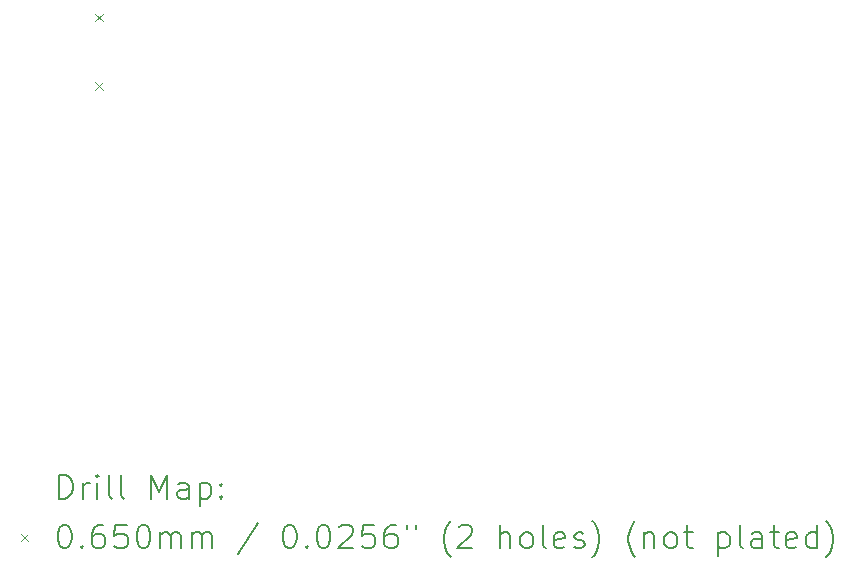
<source format=gbr>
%TF.GenerationSoftware,KiCad,Pcbnew,7.0.5-0*%
%TF.CreationDate,2023-07-31T19:13:09-04:00*%
%TF.ProjectId,mula,6d756c61-2e6b-4696-9361-645f70636258,rev?*%
%TF.SameCoordinates,Original*%
%TF.FileFunction,Drillmap*%
%TF.FilePolarity,Positive*%
%FSLAX45Y45*%
G04 Gerber Fmt 4.5, Leading zero omitted, Abs format (unit mm)*
G04 Created by KiCad (PCBNEW 7.0.5-0) date 2023-07-31 19:13:09*
%MOMM*%
%LPD*%
G01*
G04 APERTURE LIST*
%ADD10C,0.200000*%
%ADD11C,0.065000*%
G04 APERTURE END LIST*
D10*
D11*
X13462500Y-7598500D02*
X13527500Y-7663500D01*
X13527500Y-7598500D02*
X13462500Y-7663500D01*
X13462500Y-8176500D02*
X13527500Y-8241500D01*
X13527500Y-8176500D02*
X13462500Y-8241500D01*
D10*
X13157027Y-11704484D02*
X13157027Y-11504484D01*
X13157027Y-11504484D02*
X13204646Y-11504484D01*
X13204646Y-11504484D02*
X13233217Y-11514008D01*
X13233217Y-11514008D02*
X13252265Y-11533055D01*
X13252265Y-11533055D02*
X13261789Y-11552103D01*
X13261789Y-11552103D02*
X13271312Y-11590198D01*
X13271312Y-11590198D02*
X13271312Y-11618769D01*
X13271312Y-11618769D02*
X13261789Y-11656865D01*
X13261789Y-11656865D02*
X13252265Y-11675912D01*
X13252265Y-11675912D02*
X13233217Y-11694960D01*
X13233217Y-11694960D02*
X13204646Y-11704484D01*
X13204646Y-11704484D02*
X13157027Y-11704484D01*
X13357027Y-11704484D02*
X13357027Y-11571150D01*
X13357027Y-11609246D02*
X13366551Y-11590198D01*
X13366551Y-11590198D02*
X13376074Y-11580674D01*
X13376074Y-11580674D02*
X13395122Y-11571150D01*
X13395122Y-11571150D02*
X13414170Y-11571150D01*
X13480836Y-11704484D02*
X13480836Y-11571150D01*
X13480836Y-11504484D02*
X13471312Y-11514008D01*
X13471312Y-11514008D02*
X13480836Y-11523531D01*
X13480836Y-11523531D02*
X13490360Y-11514008D01*
X13490360Y-11514008D02*
X13480836Y-11504484D01*
X13480836Y-11504484D02*
X13480836Y-11523531D01*
X13604646Y-11704484D02*
X13585598Y-11694960D01*
X13585598Y-11694960D02*
X13576074Y-11675912D01*
X13576074Y-11675912D02*
X13576074Y-11504484D01*
X13709408Y-11704484D02*
X13690360Y-11694960D01*
X13690360Y-11694960D02*
X13680836Y-11675912D01*
X13680836Y-11675912D02*
X13680836Y-11504484D01*
X13937979Y-11704484D02*
X13937979Y-11504484D01*
X13937979Y-11504484D02*
X14004646Y-11647341D01*
X14004646Y-11647341D02*
X14071312Y-11504484D01*
X14071312Y-11504484D02*
X14071312Y-11704484D01*
X14252265Y-11704484D02*
X14252265Y-11599722D01*
X14252265Y-11599722D02*
X14242741Y-11580674D01*
X14242741Y-11580674D02*
X14223693Y-11571150D01*
X14223693Y-11571150D02*
X14185598Y-11571150D01*
X14185598Y-11571150D02*
X14166551Y-11580674D01*
X14252265Y-11694960D02*
X14233217Y-11704484D01*
X14233217Y-11704484D02*
X14185598Y-11704484D01*
X14185598Y-11704484D02*
X14166551Y-11694960D01*
X14166551Y-11694960D02*
X14157027Y-11675912D01*
X14157027Y-11675912D02*
X14157027Y-11656865D01*
X14157027Y-11656865D02*
X14166551Y-11637817D01*
X14166551Y-11637817D02*
X14185598Y-11628293D01*
X14185598Y-11628293D02*
X14233217Y-11628293D01*
X14233217Y-11628293D02*
X14252265Y-11618769D01*
X14347503Y-11571150D02*
X14347503Y-11771150D01*
X14347503Y-11580674D02*
X14366551Y-11571150D01*
X14366551Y-11571150D02*
X14404646Y-11571150D01*
X14404646Y-11571150D02*
X14423693Y-11580674D01*
X14423693Y-11580674D02*
X14433217Y-11590198D01*
X14433217Y-11590198D02*
X14442741Y-11609246D01*
X14442741Y-11609246D02*
X14442741Y-11666388D01*
X14442741Y-11666388D02*
X14433217Y-11685436D01*
X14433217Y-11685436D02*
X14423693Y-11694960D01*
X14423693Y-11694960D02*
X14404646Y-11704484D01*
X14404646Y-11704484D02*
X14366551Y-11704484D01*
X14366551Y-11704484D02*
X14347503Y-11694960D01*
X14528455Y-11685436D02*
X14537979Y-11694960D01*
X14537979Y-11694960D02*
X14528455Y-11704484D01*
X14528455Y-11704484D02*
X14518932Y-11694960D01*
X14518932Y-11694960D02*
X14528455Y-11685436D01*
X14528455Y-11685436D02*
X14528455Y-11704484D01*
X14528455Y-11580674D02*
X14537979Y-11590198D01*
X14537979Y-11590198D02*
X14528455Y-11599722D01*
X14528455Y-11599722D02*
X14518932Y-11590198D01*
X14518932Y-11590198D02*
X14528455Y-11580674D01*
X14528455Y-11580674D02*
X14528455Y-11599722D01*
D11*
X12831250Y-12000500D02*
X12896250Y-12065500D01*
X12896250Y-12000500D02*
X12831250Y-12065500D01*
D10*
X13195122Y-11924484D02*
X13214170Y-11924484D01*
X13214170Y-11924484D02*
X13233217Y-11934008D01*
X13233217Y-11934008D02*
X13242741Y-11943531D01*
X13242741Y-11943531D02*
X13252265Y-11962579D01*
X13252265Y-11962579D02*
X13261789Y-12000674D01*
X13261789Y-12000674D02*
X13261789Y-12048293D01*
X13261789Y-12048293D02*
X13252265Y-12086388D01*
X13252265Y-12086388D02*
X13242741Y-12105436D01*
X13242741Y-12105436D02*
X13233217Y-12114960D01*
X13233217Y-12114960D02*
X13214170Y-12124484D01*
X13214170Y-12124484D02*
X13195122Y-12124484D01*
X13195122Y-12124484D02*
X13176074Y-12114960D01*
X13176074Y-12114960D02*
X13166551Y-12105436D01*
X13166551Y-12105436D02*
X13157027Y-12086388D01*
X13157027Y-12086388D02*
X13147503Y-12048293D01*
X13147503Y-12048293D02*
X13147503Y-12000674D01*
X13147503Y-12000674D02*
X13157027Y-11962579D01*
X13157027Y-11962579D02*
X13166551Y-11943531D01*
X13166551Y-11943531D02*
X13176074Y-11934008D01*
X13176074Y-11934008D02*
X13195122Y-11924484D01*
X13347503Y-12105436D02*
X13357027Y-12114960D01*
X13357027Y-12114960D02*
X13347503Y-12124484D01*
X13347503Y-12124484D02*
X13337979Y-12114960D01*
X13337979Y-12114960D02*
X13347503Y-12105436D01*
X13347503Y-12105436D02*
X13347503Y-12124484D01*
X13528455Y-11924484D02*
X13490360Y-11924484D01*
X13490360Y-11924484D02*
X13471312Y-11934008D01*
X13471312Y-11934008D02*
X13461789Y-11943531D01*
X13461789Y-11943531D02*
X13442741Y-11972103D01*
X13442741Y-11972103D02*
X13433217Y-12010198D01*
X13433217Y-12010198D02*
X13433217Y-12086388D01*
X13433217Y-12086388D02*
X13442741Y-12105436D01*
X13442741Y-12105436D02*
X13452265Y-12114960D01*
X13452265Y-12114960D02*
X13471312Y-12124484D01*
X13471312Y-12124484D02*
X13509408Y-12124484D01*
X13509408Y-12124484D02*
X13528455Y-12114960D01*
X13528455Y-12114960D02*
X13537979Y-12105436D01*
X13537979Y-12105436D02*
X13547503Y-12086388D01*
X13547503Y-12086388D02*
X13547503Y-12038769D01*
X13547503Y-12038769D02*
X13537979Y-12019722D01*
X13537979Y-12019722D02*
X13528455Y-12010198D01*
X13528455Y-12010198D02*
X13509408Y-12000674D01*
X13509408Y-12000674D02*
X13471312Y-12000674D01*
X13471312Y-12000674D02*
X13452265Y-12010198D01*
X13452265Y-12010198D02*
X13442741Y-12019722D01*
X13442741Y-12019722D02*
X13433217Y-12038769D01*
X13728455Y-11924484D02*
X13633217Y-11924484D01*
X13633217Y-11924484D02*
X13623693Y-12019722D01*
X13623693Y-12019722D02*
X13633217Y-12010198D01*
X13633217Y-12010198D02*
X13652265Y-12000674D01*
X13652265Y-12000674D02*
X13699884Y-12000674D01*
X13699884Y-12000674D02*
X13718932Y-12010198D01*
X13718932Y-12010198D02*
X13728455Y-12019722D01*
X13728455Y-12019722D02*
X13737979Y-12038769D01*
X13737979Y-12038769D02*
X13737979Y-12086388D01*
X13737979Y-12086388D02*
X13728455Y-12105436D01*
X13728455Y-12105436D02*
X13718932Y-12114960D01*
X13718932Y-12114960D02*
X13699884Y-12124484D01*
X13699884Y-12124484D02*
X13652265Y-12124484D01*
X13652265Y-12124484D02*
X13633217Y-12114960D01*
X13633217Y-12114960D02*
X13623693Y-12105436D01*
X13861789Y-11924484D02*
X13880836Y-11924484D01*
X13880836Y-11924484D02*
X13899884Y-11934008D01*
X13899884Y-11934008D02*
X13909408Y-11943531D01*
X13909408Y-11943531D02*
X13918932Y-11962579D01*
X13918932Y-11962579D02*
X13928455Y-12000674D01*
X13928455Y-12000674D02*
X13928455Y-12048293D01*
X13928455Y-12048293D02*
X13918932Y-12086388D01*
X13918932Y-12086388D02*
X13909408Y-12105436D01*
X13909408Y-12105436D02*
X13899884Y-12114960D01*
X13899884Y-12114960D02*
X13880836Y-12124484D01*
X13880836Y-12124484D02*
X13861789Y-12124484D01*
X13861789Y-12124484D02*
X13842741Y-12114960D01*
X13842741Y-12114960D02*
X13833217Y-12105436D01*
X13833217Y-12105436D02*
X13823693Y-12086388D01*
X13823693Y-12086388D02*
X13814170Y-12048293D01*
X13814170Y-12048293D02*
X13814170Y-12000674D01*
X13814170Y-12000674D02*
X13823693Y-11962579D01*
X13823693Y-11962579D02*
X13833217Y-11943531D01*
X13833217Y-11943531D02*
X13842741Y-11934008D01*
X13842741Y-11934008D02*
X13861789Y-11924484D01*
X14014170Y-12124484D02*
X14014170Y-11991150D01*
X14014170Y-12010198D02*
X14023693Y-12000674D01*
X14023693Y-12000674D02*
X14042741Y-11991150D01*
X14042741Y-11991150D02*
X14071313Y-11991150D01*
X14071313Y-11991150D02*
X14090360Y-12000674D01*
X14090360Y-12000674D02*
X14099884Y-12019722D01*
X14099884Y-12019722D02*
X14099884Y-12124484D01*
X14099884Y-12019722D02*
X14109408Y-12000674D01*
X14109408Y-12000674D02*
X14128455Y-11991150D01*
X14128455Y-11991150D02*
X14157027Y-11991150D01*
X14157027Y-11991150D02*
X14176074Y-12000674D01*
X14176074Y-12000674D02*
X14185598Y-12019722D01*
X14185598Y-12019722D02*
X14185598Y-12124484D01*
X14280836Y-12124484D02*
X14280836Y-11991150D01*
X14280836Y-12010198D02*
X14290360Y-12000674D01*
X14290360Y-12000674D02*
X14309408Y-11991150D01*
X14309408Y-11991150D02*
X14337979Y-11991150D01*
X14337979Y-11991150D02*
X14357027Y-12000674D01*
X14357027Y-12000674D02*
X14366551Y-12019722D01*
X14366551Y-12019722D02*
X14366551Y-12124484D01*
X14366551Y-12019722D02*
X14376074Y-12000674D01*
X14376074Y-12000674D02*
X14395122Y-11991150D01*
X14395122Y-11991150D02*
X14423693Y-11991150D01*
X14423693Y-11991150D02*
X14442741Y-12000674D01*
X14442741Y-12000674D02*
X14452265Y-12019722D01*
X14452265Y-12019722D02*
X14452265Y-12124484D01*
X14842741Y-11914960D02*
X14671313Y-12172103D01*
X15099884Y-11924484D02*
X15118932Y-11924484D01*
X15118932Y-11924484D02*
X15137979Y-11934008D01*
X15137979Y-11934008D02*
X15147503Y-11943531D01*
X15147503Y-11943531D02*
X15157027Y-11962579D01*
X15157027Y-11962579D02*
X15166551Y-12000674D01*
X15166551Y-12000674D02*
X15166551Y-12048293D01*
X15166551Y-12048293D02*
X15157027Y-12086388D01*
X15157027Y-12086388D02*
X15147503Y-12105436D01*
X15147503Y-12105436D02*
X15137979Y-12114960D01*
X15137979Y-12114960D02*
X15118932Y-12124484D01*
X15118932Y-12124484D02*
X15099884Y-12124484D01*
X15099884Y-12124484D02*
X15080836Y-12114960D01*
X15080836Y-12114960D02*
X15071313Y-12105436D01*
X15071313Y-12105436D02*
X15061789Y-12086388D01*
X15061789Y-12086388D02*
X15052265Y-12048293D01*
X15052265Y-12048293D02*
X15052265Y-12000674D01*
X15052265Y-12000674D02*
X15061789Y-11962579D01*
X15061789Y-11962579D02*
X15071313Y-11943531D01*
X15071313Y-11943531D02*
X15080836Y-11934008D01*
X15080836Y-11934008D02*
X15099884Y-11924484D01*
X15252265Y-12105436D02*
X15261789Y-12114960D01*
X15261789Y-12114960D02*
X15252265Y-12124484D01*
X15252265Y-12124484D02*
X15242741Y-12114960D01*
X15242741Y-12114960D02*
X15252265Y-12105436D01*
X15252265Y-12105436D02*
X15252265Y-12124484D01*
X15385598Y-11924484D02*
X15404646Y-11924484D01*
X15404646Y-11924484D02*
X15423694Y-11934008D01*
X15423694Y-11934008D02*
X15433217Y-11943531D01*
X15433217Y-11943531D02*
X15442741Y-11962579D01*
X15442741Y-11962579D02*
X15452265Y-12000674D01*
X15452265Y-12000674D02*
X15452265Y-12048293D01*
X15452265Y-12048293D02*
X15442741Y-12086388D01*
X15442741Y-12086388D02*
X15433217Y-12105436D01*
X15433217Y-12105436D02*
X15423694Y-12114960D01*
X15423694Y-12114960D02*
X15404646Y-12124484D01*
X15404646Y-12124484D02*
X15385598Y-12124484D01*
X15385598Y-12124484D02*
X15366551Y-12114960D01*
X15366551Y-12114960D02*
X15357027Y-12105436D01*
X15357027Y-12105436D02*
X15347503Y-12086388D01*
X15347503Y-12086388D02*
X15337979Y-12048293D01*
X15337979Y-12048293D02*
X15337979Y-12000674D01*
X15337979Y-12000674D02*
X15347503Y-11962579D01*
X15347503Y-11962579D02*
X15357027Y-11943531D01*
X15357027Y-11943531D02*
X15366551Y-11934008D01*
X15366551Y-11934008D02*
X15385598Y-11924484D01*
X15528456Y-11943531D02*
X15537979Y-11934008D01*
X15537979Y-11934008D02*
X15557027Y-11924484D01*
X15557027Y-11924484D02*
X15604646Y-11924484D01*
X15604646Y-11924484D02*
X15623694Y-11934008D01*
X15623694Y-11934008D02*
X15633217Y-11943531D01*
X15633217Y-11943531D02*
X15642741Y-11962579D01*
X15642741Y-11962579D02*
X15642741Y-11981627D01*
X15642741Y-11981627D02*
X15633217Y-12010198D01*
X15633217Y-12010198D02*
X15518932Y-12124484D01*
X15518932Y-12124484D02*
X15642741Y-12124484D01*
X15823694Y-11924484D02*
X15728456Y-11924484D01*
X15728456Y-11924484D02*
X15718932Y-12019722D01*
X15718932Y-12019722D02*
X15728456Y-12010198D01*
X15728456Y-12010198D02*
X15747503Y-12000674D01*
X15747503Y-12000674D02*
X15795122Y-12000674D01*
X15795122Y-12000674D02*
X15814170Y-12010198D01*
X15814170Y-12010198D02*
X15823694Y-12019722D01*
X15823694Y-12019722D02*
X15833217Y-12038769D01*
X15833217Y-12038769D02*
X15833217Y-12086388D01*
X15833217Y-12086388D02*
X15823694Y-12105436D01*
X15823694Y-12105436D02*
X15814170Y-12114960D01*
X15814170Y-12114960D02*
X15795122Y-12124484D01*
X15795122Y-12124484D02*
X15747503Y-12124484D01*
X15747503Y-12124484D02*
X15728456Y-12114960D01*
X15728456Y-12114960D02*
X15718932Y-12105436D01*
X16004646Y-11924484D02*
X15966551Y-11924484D01*
X15966551Y-11924484D02*
X15947503Y-11934008D01*
X15947503Y-11934008D02*
X15937979Y-11943531D01*
X15937979Y-11943531D02*
X15918932Y-11972103D01*
X15918932Y-11972103D02*
X15909408Y-12010198D01*
X15909408Y-12010198D02*
X15909408Y-12086388D01*
X15909408Y-12086388D02*
X15918932Y-12105436D01*
X15918932Y-12105436D02*
X15928456Y-12114960D01*
X15928456Y-12114960D02*
X15947503Y-12124484D01*
X15947503Y-12124484D02*
X15985598Y-12124484D01*
X15985598Y-12124484D02*
X16004646Y-12114960D01*
X16004646Y-12114960D02*
X16014170Y-12105436D01*
X16014170Y-12105436D02*
X16023694Y-12086388D01*
X16023694Y-12086388D02*
X16023694Y-12038769D01*
X16023694Y-12038769D02*
X16014170Y-12019722D01*
X16014170Y-12019722D02*
X16004646Y-12010198D01*
X16004646Y-12010198D02*
X15985598Y-12000674D01*
X15985598Y-12000674D02*
X15947503Y-12000674D01*
X15947503Y-12000674D02*
X15928456Y-12010198D01*
X15928456Y-12010198D02*
X15918932Y-12019722D01*
X15918932Y-12019722D02*
X15909408Y-12038769D01*
X16099884Y-11924484D02*
X16099884Y-11962579D01*
X16176075Y-11924484D02*
X16176075Y-11962579D01*
X16471313Y-12200674D02*
X16461789Y-12191150D01*
X16461789Y-12191150D02*
X16442741Y-12162579D01*
X16442741Y-12162579D02*
X16433218Y-12143531D01*
X16433218Y-12143531D02*
X16423694Y-12114960D01*
X16423694Y-12114960D02*
X16414170Y-12067341D01*
X16414170Y-12067341D02*
X16414170Y-12029246D01*
X16414170Y-12029246D02*
X16423694Y-11981627D01*
X16423694Y-11981627D02*
X16433218Y-11953055D01*
X16433218Y-11953055D02*
X16442741Y-11934008D01*
X16442741Y-11934008D02*
X16461789Y-11905436D01*
X16461789Y-11905436D02*
X16471313Y-11895912D01*
X16537979Y-11943531D02*
X16547503Y-11934008D01*
X16547503Y-11934008D02*
X16566551Y-11924484D01*
X16566551Y-11924484D02*
X16614170Y-11924484D01*
X16614170Y-11924484D02*
X16633218Y-11934008D01*
X16633218Y-11934008D02*
X16642741Y-11943531D01*
X16642741Y-11943531D02*
X16652265Y-11962579D01*
X16652265Y-11962579D02*
X16652265Y-11981627D01*
X16652265Y-11981627D02*
X16642741Y-12010198D01*
X16642741Y-12010198D02*
X16528456Y-12124484D01*
X16528456Y-12124484D02*
X16652265Y-12124484D01*
X16890361Y-12124484D02*
X16890361Y-11924484D01*
X16976075Y-12124484D02*
X16976075Y-12019722D01*
X16976075Y-12019722D02*
X16966551Y-12000674D01*
X16966551Y-12000674D02*
X16947503Y-11991150D01*
X16947503Y-11991150D02*
X16918932Y-11991150D01*
X16918932Y-11991150D02*
X16899884Y-12000674D01*
X16899884Y-12000674D02*
X16890361Y-12010198D01*
X17099884Y-12124484D02*
X17080837Y-12114960D01*
X17080837Y-12114960D02*
X17071313Y-12105436D01*
X17071313Y-12105436D02*
X17061789Y-12086388D01*
X17061789Y-12086388D02*
X17061789Y-12029246D01*
X17061789Y-12029246D02*
X17071313Y-12010198D01*
X17071313Y-12010198D02*
X17080837Y-12000674D01*
X17080837Y-12000674D02*
X17099884Y-11991150D01*
X17099884Y-11991150D02*
X17128456Y-11991150D01*
X17128456Y-11991150D02*
X17147503Y-12000674D01*
X17147503Y-12000674D02*
X17157027Y-12010198D01*
X17157027Y-12010198D02*
X17166551Y-12029246D01*
X17166551Y-12029246D02*
X17166551Y-12086388D01*
X17166551Y-12086388D02*
X17157027Y-12105436D01*
X17157027Y-12105436D02*
X17147503Y-12114960D01*
X17147503Y-12114960D02*
X17128456Y-12124484D01*
X17128456Y-12124484D02*
X17099884Y-12124484D01*
X17280837Y-12124484D02*
X17261789Y-12114960D01*
X17261789Y-12114960D02*
X17252265Y-12095912D01*
X17252265Y-12095912D02*
X17252265Y-11924484D01*
X17433218Y-12114960D02*
X17414170Y-12124484D01*
X17414170Y-12124484D02*
X17376075Y-12124484D01*
X17376075Y-12124484D02*
X17357027Y-12114960D01*
X17357027Y-12114960D02*
X17347503Y-12095912D01*
X17347503Y-12095912D02*
X17347503Y-12019722D01*
X17347503Y-12019722D02*
X17357027Y-12000674D01*
X17357027Y-12000674D02*
X17376075Y-11991150D01*
X17376075Y-11991150D02*
X17414170Y-11991150D01*
X17414170Y-11991150D02*
X17433218Y-12000674D01*
X17433218Y-12000674D02*
X17442742Y-12019722D01*
X17442742Y-12019722D02*
X17442742Y-12038769D01*
X17442742Y-12038769D02*
X17347503Y-12057817D01*
X17518932Y-12114960D02*
X17537980Y-12124484D01*
X17537980Y-12124484D02*
X17576075Y-12124484D01*
X17576075Y-12124484D02*
X17595123Y-12114960D01*
X17595123Y-12114960D02*
X17604646Y-12095912D01*
X17604646Y-12095912D02*
X17604646Y-12086388D01*
X17604646Y-12086388D02*
X17595123Y-12067341D01*
X17595123Y-12067341D02*
X17576075Y-12057817D01*
X17576075Y-12057817D02*
X17547503Y-12057817D01*
X17547503Y-12057817D02*
X17528456Y-12048293D01*
X17528456Y-12048293D02*
X17518932Y-12029246D01*
X17518932Y-12029246D02*
X17518932Y-12019722D01*
X17518932Y-12019722D02*
X17528456Y-12000674D01*
X17528456Y-12000674D02*
X17547503Y-11991150D01*
X17547503Y-11991150D02*
X17576075Y-11991150D01*
X17576075Y-11991150D02*
X17595123Y-12000674D01*
X17671313Y-12200674D02*
X17680837Y-12191150D01*
X17680837Y-12191150D02*
X17699884Y-12162579D01*
X17699884Y-12162579D02*
X17709408Y-12143531D01*
X17709408Y-12143531D02*
X17718932Y-12114960D01*
X17718932Y-12114960D02*
X17728456Y-12067341D01*
X17728456Y-12067341D02*
X17728456Y-12029246D01*
X17728456Y-12029246D02*
X17718932Y-11981627D01*
X17718932Y-11981627D02*
X17709408Y-11953055D01*
X17709408Y-11953055D02*
X17699884Y-11934008D01*
X17699884Y-11934008D02*
X17680837Y-11905436D01*
X17680837Y-11905436D02*
X17671313Y-11895912D01*
X18033218Y-12200674D02*
X18023694Y-12191150D01*
X18023694Y-12191150D02*
X18004646Y-12162579D01*
X18004646Y-12162579D02*
X17995123Y-12143531D01*
X17995123Y-12143531D02*
X17985599Y-12114960D01*
X17985599Y-12114960D02*
X17976075Y-12067341D01*
X17976075Y-12067341D02*
X17976075Y-12029246D01*
X17976075Y-12029246D02*
X17985599Y-11981627D01*
X17985599Y-11981627D02*
X17995123Y-11953055D01*
X17995123Y-11953055D02*
X18004646Y-11934008D01*
X18004646Y-11934008D02*
X18023694Y-11905436D01*
X18023694Y-11905436D02*
X18033218Y-11895912D01*
X18109408Y-11991150D02*
X18109408Y-12124484D01*
X18109408Y-12010198D02*
X18118932Y-12000674D01*
X18118932Y-12000674D02*
X18137980Y-11991150D01*
X18137980Y-11991150D02*
X18166551Y-11991150D01*
X18166551Y-11991150D02*
X18185599Y-12000674D01*
X18185599Y-12000674D02*
X18195123Y-12019722D01*
X18195123Y-12019722D02*
X18195123Y-12124484D01*
X18318932Y-12124484D02*
X18299884Y-12114960D01*
X18299884Y-12114960D02*
X18290361Y-12105436D01*
X18290361Y-12105436D02*
X18280837Y-12086388D01*
X18280837Y-12086388D02*
X18280837Y-12029246D01*
X18280837Y-12029246D02*
X18290361Y-12010198D01*
X18290361Y-12010198D02*
X18299884Y-12000674D01*
X18299884Y-12000674D02*
X18318932Y-11991150D01*
X18318932Y-11991150D02*
X18347504Y-11991150D01*
X18347504Y-11991150D02*
X18366551Y-12000674D01*
X18366551Y-12000674D02*
X18376075Y-12010198D01*
X18376075Y-12010198D02*
X18385599Y-12029246D01*
X18385599Y-12029246D02*
X18385599Y-12086388D01*
X18385599Y-12086388D02*
X18376075Y-12105436D01*
X18376075Y-12105436D02*
X18366551Y-12114960D01*
X18366551Y-12114960D02*
X18347504Y-12124484D01*
X18347504Y-12124484D02*
X18318932Y-12124484D01*
X18442742Y-11991150D02*
X18518932Y-11991150D01*
X18471313Y-11924484D02*
X18471313Y-12095912D01*
X18471313Y-12095912D02*
X18480837Y-12114960D01*
X18480837Y-12114960D02*
X18499884Y-12124484D01*
X18499884Y-12124484D02*
X18518932Y-12124484D01*
X18737980Y-11991150D02*
X18737980Y-12191150D01*
X18737980Y-12000674D02*
X18757027Y-11991150D01*
X18757027Y-11991150D02*
X18795123Y-11991150D01*
X18795123Y-11991150D02*
X18814170Y-12000674D01*
X18814170Y-12000674D02*
X18823694Y-12010198D01*
X18823694Y-12010198D02*
X18833218Y-12029246D01*
X18833218Y-12029246D02*
X18833218Y-12086388D01*
X18833218Y-12086388D02*
X18823694Y-12105436D01*
X18823694Y-12105436D02*
X18814170Y-12114960D01*
X18814170Y-12114960D02*
X18795123Y-12124484D01*
X18795123Y-12124484D02*
X18757027Y-12124484D01*
X18757027Y-12124484D02*
X18737980Y-12114960D01*
X18947504Y-12124484D02*
X18928456Y-12114960D01*
X18928456Y-12114960D02*
X18918932Y-12095912D01*
X18918932Y-12095912D02*
X18918932Y-11924484D01*
X19109408Y-12124484D02*
X19109408Y-12019722D01*
X19109408Y-12019722D02*
X19099885Y-12000674D01*
X19099885Y-12000674D02*
X19080837Y-11991150D01*
X19080837Y-11991150D02*
X19042742Y-11991150D01*
X19042742Y-11991150D02*
X19023694Y-12000674D01*
X19109408Y-12114960D02*
X19090361Y-12124484D01*
X19090361Y-12124484D02*
X19042742Y-12124484D01*
X19042742Y-12124484D02*
X19023694Y-12114960D01*
X19023694Y-12114960D02*
X19014170Y-12095912D01*
X19014170Y-12095912D02*
X19014170Y-12076865D01*
X19014170Y-12076865D02*
X19023694Y-12057817D01*
X19023694Y-12057817D02*
X19042742Y-12048293D01*
X19042742Y-12048293D02*
X19090361Y-12048293D01*
X19090361Y-12048293D02*
X19109408Y-12038769D01*
X19176075Y-11991150D02*
X19252265Y-11991150D01*
X19204646Y-11924484D02*
X19204646Y-12095912D01*
X19204646Y-12095912D02*
X19214170Y-12114960D01*
X19214170Y-12114960D02*
X19233218Y-12124484D01*
X19233218Y-12124484D02*
X19252265Y-12124484D01*
X19395123Y-12114960D02*
X19376075Y-12124484D01*
X19376075Y-12124484D02*
X19337980Y-12124484D01*
X19337980Y-12124484D02*
X19318932Y-12114960D01*
X19318932Y-12114960D02*
X19309408Y-12095912D01*
X19309408Y-12095912D02*
X19309408Y-12019722D01*
X19309408Y-12019722D02*
X19318932Y-12000674D01*
X19318932Y-12000674D02*
X19337980Y-11991150D01*
X19337980Y-11991150D02*
X19376075Y-11991150D01*
X19376075Y-11991150D02*
X19395123Y-12000674D01*
X19395123Y-12000674D02*
X19404646Y-12019722D01*
X19404646Y-12019722D02*
X19404646Y-12038769D01*
X19404646Y-12038769D02*
X19309408Y-12057817D01*
X19576075Y-12124484D02*
X19576075Y-11924484D01*
X19576075Y-12114960D02*
X19557027Y-12124484D01*
X19557027Y-12124484D02*
X19518932Y-12124484D01*
X19518932Y-12124484D02*
X19499885Y-12114960D01*
X19499885Y-12114960D02*
X19490361Y-12105436D01*
X19490361Y-12105436D02*
X19480837Y-12086388D01*
X19480837Y-12086388D02*
X19480837Y-12029246D01*
X19480837Y-12029246D02*
X19490361Y-12010198D01*
X19490361Y-12010198D02*
X19499885Y-12000674D01*
X19499885Y-12000674D02*
X19518932Y-11991150D01*
X19518932Y-11991150D02*
X19557027Y-11991150D01*
X19557027Y-11991150D02*
X19576075Y-12000674D01*
X19652266Y-12200674D02*
X19661789Y-12191150D01*
X19661789Y-12191150D02*
X19680837Y-12162579D01*
X19680837Y-12162579D02*
X19690361Y-12143531D01*
X19690361Y-12143531D02*
X19699885Y-12114960D01*
X19699885Y-12114960D02*
X19709408Y-12067341D01*
X19709408Y-12067341D02*
X19709408Y-12029246D01*
X19709408Y-12029246D02*
X19699885Y-11981627D01*
X19699885Y-11981627D02*
X19690361Y-11953055D01*
X19690361Y-11953055D02*
X19680837Y-11934008D01*
X19680837Y-11934008D02*
X19661789Y-11905436D01*
X19661789Y-11905436D02*
X19652266Y-11895912D01*
M02*

</source>
